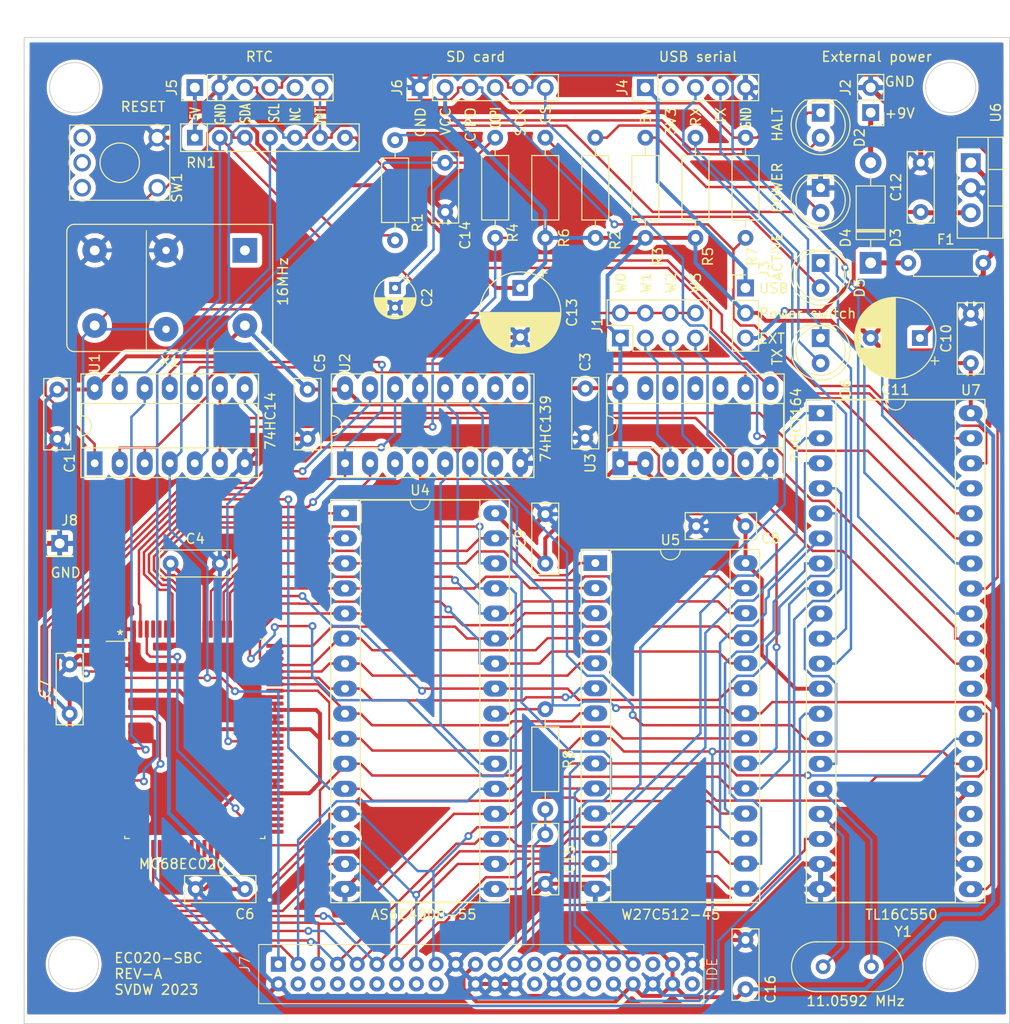
<source format=kicad_pcb>
(kicad_pcb (version 20221018) (generator pcbnew)

  (general
    (thickness 1.6)
  )

  (paper "A4")
  (layers
    (0 "F.Cu" signal)
    (31 "B.Cu" signal)
    (32 "B.Adhes" user "B.Adhesive")
    (33 "F.Adhes" user "F.Adhesive")
    (34 "B.Paste" user)
    (35 "F.Paste" user)
    (36 "B.SilkS" user "B.Silkscreen")
    (37 "F.SilkS" user "F.Silkscreen")
    (38 "B.Mask" user)
    (39 "F.Mask" user)
    (40 "Dwgs.User" user "User.Drawings")
    (41 "Cmts.User" user "User.Comments")
    (42 "Eco1.User" user "User.Eco1")
    (43 "Eco2.User" user "User.Eco2")
    (44 "Edge.Cuts" user)
    (45 "Margin" user)
    (46 "B.CrtYd" user "B.Courtyard")
    (47 "F.CrtYd" user "F.Courtyard")
    (48 "B.Fab" user)
    (49 "F.Fab" user)
    (50 "User.1" user)
    (51 "User.2" user)
    (52 "User.3" user)
    (53 "User.4" user)
    (54 "User.5" user)
    (55 "User.6" user)
    (56 "User.7" user)
    (57 "User.8" user)
    (58 "User.9" user)
  )

  (setup
    (stackup
      (layer "F.SilkS" (type "Top Silk Screen"))
      (layer "F.Paste" (type "Top Solder Paste"))
      (layer "F.Mask" (type "Top Solder Mask") (thickness 0.01))
      (layer "F.Cu" (type "copper") (thickness 0.035))
      (layer "dielectric 1" (type "core") (thickness 1.51) (material "FR4") (epsilon_r 4.5) (loss_tangent 0.02))
      (layer "B.Cu" (type "copper") (thickness 0.035))
      (layer "B.Mask" (type "Bottom Solder Mask") (thickness 0.01))
      (layer "B.Paste" (type "Bottom Solder Paste"))
      (layer "B.SilkS" (type "Bottom Silk Screen"))
      (copper_finish "None")
      (dielectric_constraints no)
    )
    (pad_to_mask_clearance 0)
    (pcbplotparams
      (layerselection 0x00010fc_ffffffff)
      (plot_on_all_layers_selection 0x0000000_00000000)
      (disableapertmacros false)
      (usegerberextensions false)
      (usegerberattributes true)
      (usegerberadvancedattributes true)
      (creategerberjobfile true)
      (dashed_line_dash_ratio 12.000000)
      (dashed_line_gap_ratio 3.000000)
      (svgprecision 4)
      (plotframeref false)
      (viasonmask false)
      (mode 1)
      (useauxorigin false)
      (hpglpennumber 1)
      (hpglpenspeed 20)
      (hpglpendiameter 15.000000)
      (dxfpolygonmode true)
      (dxfimperialunits true)
      (dxfusepcbnewfont true)
      (psnegative false)
      (psa4output false)
      (plotreference true)
      (plotvalue true)
      (plotinvisibletext false)
      (sketchpadsonfab false)
      (subtractmaskfromsilk false)
      (outputformat 1)
      (mirror false)
      (drillshape 0)
      (scaleselection 1)
      (outputdirectory "")
    )
  )

  (net 0 "")
  (net 1 "Net-(C2-Pad1)")
  (net 2 "GND")
  (net 3 "+5V")
  (net 4 "Net-(J3-Pin_3)")
  (net 5 "Net-(#FLG01-pwr)")
  (net 6 "Net-(C14-Pad1)")
  (net 7 "Net-(J7-~{DIOR})")
  (net 8 "unconnected-(CPU1-~{BG}-Pad2)")
  (net 9 "CLK")
  (net 10 "~{RESET}")
  (net 11 "unconnected-(CPU1-~{RMC}-Pad9)")
  (net 12 "unconnected-(CPU1-FC0-Pad10)")
  (net 13 "unconnected-(CPU1-FC1-Pad11)")
  (net 14 "FC2")
  (net 15 "unconnected-(CPU1-SIZE0-Pad13)")
  (net 16 "unconnected-(CPU1-SIZE1-Pad14)")
  (net 17 "~{DSACK0}")
  (net 18 "R5 VCC")
  (net 19 "Net-(CPU1-~{AS})")
  (net 20 "Net-(CPU1-~{DS})")
  (net 21 "Net-(CPU1-R{slash}~{W})")
  (net 22 "D31")
  (net 23 "D30")
  (net 24 "D29")
  (net 25 "D28")
  (net 26 "D27")
  (net 27 "D26")
  (net 28 "D25")
  (net 29 "D24")
  (net 30 "Net-(CPU1-~{IPL0})")
  (net 31 "A2")
  (net 32 "A3")
  (net 33 "A4")
  (net 34 "A5")
  (net 35 "A6")
  (net 36 "A7")
  (net 37 "A8")
  (net 38 "A9")
  (net 39 "A10")
  (net 40 "A11")
  (net 41 "A12")
  (net 42 "A13")
  (net 43 "A14")
  (net 44 "A15")
  (net 45 "A16")
  (net 46 "A17")
  (net 47 "A18")
  (net 48 "Net-(CPU1-A19)")
  (net 49 "Net-(CPU1-A20)")
  (net 50 "unconnected-(CPU1-A21-Pad95)")
  (net 51 "unconnected-(CPU1-A22-Pad96)")
  (net 52 "unconnected-(CPU1-A23-Pad97)")
  (net 53 "A1")
  (net 54 "A0")
  (net 55 "Net-(D3-K)")
  (net 56 "Net-(D2-A)")
  (net 57 "Net-(D3-A)")
  (net 58 "Net-(D4-A)")
  (net 59 "Net-(D5-A)")
  (net 60 "Net-(D6-K)")
  (net 61 "Net-(D6-A)")
  (net 62 "Net-(D5-K)")
  (net 63 "Net-(J1-Pin_5)")
  (net 64 "Net-(J1-Pin_3)")
  (net 65 "R2 VCC")
  (net 66 "R4 VCC")
  (net 67 "Net-(J1-Pin_7)")
  (net 68 "Net-(J3-Pin_1)")
  (net 69 "R6 VCC")
  (net 70 "Net-(J5-Pin_4)")
  (net 71 "unconnected-(J4-Pin_2-Pad2)")
  (net 72 "unconnected-(J7-D8-Pad4)")
  (net 73 "unconnected-(J7-D9-Pad6)")
  (net 74 "unconnected-(J7-D10-Pad8)")
  (net 75 "unconnected-(J7-D11-Pad10)")
  (net 76 "unconnected-(J7-D12-Pad12)")
  (net 77 "unconnected-(J7-D13-Pad14)")
  (net 78 "unconnected-(J7-D14-Pad16)")
  (net 79 "unconnected-(J7-D15-Pad18)")
  (net 80 "~{WR}")
  (net 81 "unconnected-(J7-IORDY-Pad27)")
  (net 82 "unconnected-(J7-CSEL-Pad28)")
  (net 83 "unconnected-(J7-INTRQ-Pad31)")
  (net 84 "unconnected-(J7-~{IOCS16}-Pad32)")
  (net 85 "unconnected-(J7-PDIAG-Pad34)")
  (net 86 "~{CS_IDE}")
  (net 87 "unconnected-(J7-~{ACTIVE}-Pad39)")
  (net 88 "unconnected-(J7-~{TYPE}-Pad44)")
  (net 89 "Net-(J5-Pin_3)")
  (net 90 "R3 VCC")
  (net 91 "~{RD}")
  (net 92 "R7 VCC")
  (net 93 "RESET")
  (net 94 "UART_INT")
  (net 95 "unconnected-(J5-Pin_5-Pad5)")
  (net 96 "~{CS_ROM}")
  (net 97 "~{CS_RAM}")
  (net 98 "~{CS_UART}")
  (net 99 "unconnected-(U2-~{Y3}-Pad9)")
  (net 100 "unconnected-(U2-~{Y2}-Pad10)")
  (net 101 "Net-(J6-Pin_4)")
  (net 102 "Net-(J6-Pin_6)")
  (net 103 "Net-(U7-~{RI})")
  (net 104 "Net-(U3-~{MR})")
  (net 105 "unconnected-(U3-Q3-Pad6)")
  (net 106 "unconnected-(U3-Q4-Pad10)")
  (net 107 "unconnected-(U3-Q5-Pad11)")
  (net 108 "unconnected-(U3-Q6-Pad12)")
  (net 109 "unconnected-(U3-Q7-Pad13)")
  (net 110 "Net-(U7-RCLK)")
  (net 111 "Net-(U7-XIN)")
  (net 112 "unconnected-(X1-NC-Pad1)")
  (net 113 "Net-(U7-XOUT)")
  (net 114 "unconnected-(U7-DDIS-Pad23)")
  (net 115 "unconnected-(U7-~{TXRDY}-Pad24)")
  (net 116 "unconnected-(U7-~{RXRDY}-Pad29)")

  (footprint "LED_THT:LED_D5.0mm" (layer "F.Cu") (at 147.3195 50.81 -90))

  (footprint "Capacitor_THT:C_Disc_D7.0mm_W2.5mm_P5.00mm" (layer "F.Cu") (at 95.26 78.88 -90))

  (footprint "Capacitor_THT:CP_Radial_D4.0mm_P2.00mm" (layer "F.Cu") (at 104.14 68.58 -90))

  (footprint "Resistor_THT:R_Axial_DIN0207_L6.3mm_D2.5mm_P10.16mm_Horizontal" (layer "F.Cu") (at 134.62 63.5 90))

  (footprint "Capacitor_THT:C_Disc_D7.0mm_W2.5mm_P5.00mm" (layer "F.Cu") (at 71.12 111.76 90))

  (footprint "Capacitor_THT:C_Disc_D7.0mm_W2.5mm_P5.00mm" (layer "F.Cu") (at 123.444 78.78 -90))

  (footprint "Resistor_THT:R_Array_SIP7" (layer "F.Cu") (at 83.82 53.34))

  (footprint "Diode_THT:D_DO-41_SOD81_P10.16mm_Horizontal" (layer "F.Cu") (at 152.4 66.04 90))

  (footprint "Capacitor_THT:C_Disc_D7.0mm_W2.5mm_P5.00mm" (layer "F.Cu") (at 81.36 96.52))

  (footprint "Capacitor_THT:C_Disc_D7.0mm_W2.5mm_P5.00mm" (layer "F.Cu") (at 139.7 139.7 90))

  (footprint "Capacitor_THT:C_Disc_D7.0mm_W2.5mm_P5.00mm" (layer "F.Cu") (at 109.22 55.88 -90))

  (footprint "Resistor_THT:R_Axial_DIN0207_L6.3mm_D2.5mm_P10.16mm_Horizontal" (layer "F.Cu") (at 114.3 53.34 -90))

  (footprint "Resistor_THT:R_Axial_DIN0207_L6.3mm_D2.5mm_P10.16mm_Horizontal" (layer "F.Cu") (at 129.54 63.5 90))

  (footprint "Resistor_THT:R_Axial_DIN0207_L6.3mm_D2.5mm_P10.16mm_Horizontal" (layer "F.Cu") (at 124.46 63.5 90))

  (footprint "Connector_PinHeader_2.54mm:PinHeader_1x06_P2.54mm_Vertical" (layer "F.Cu") (at 106.68 48.26 90))

  (footprint "LED_THT:LED_D5.0mm" (layer "F.Cu") (at 147.3195 66.05 -90))

  (footprint "Resistor_THT:R_Axial_DIN0207_L6.3mm_D2.5mm_P10.16mm_Horizontal" (layer "F.Cu") (at 104.14 63.754 90))

  (footprint "Capacitor_THT:C_Disc_D7.0mm_W2.5mm_P5.00mm" (layer "F.Cu") (at 139.7 92.735 180))

  (footprint "Package_DIP:DIP-14_W7.62mm_Socket_LongPads" (layer "F.Cu") (at 73.655 86.36 90))

  (footprint "Package_DIP:DIP-28_W15.24mm_Socket_LongPads" (layer "F.Cu") (at 124.46 96.48))

  (footprint "Package_DIP:DIP-32_W15.24mm_Socket_LongPads" (layer "F.Cu") (at 99.06 91.43))

  (footprint "Button_Switch_THT:KSA_Tactile_SPST" (layer "F.Cu") (at 80.01 53.34 -90))

  (footprint "Package_DIP:DIP-16_W7.62mm_Socket_LongPads" (layer "F.Cu") (at 99.06 86.36 90))

  (footprint "Capacitor_THT:C_Disc_D7.0mm_W2.5mm_P5.00mm" (layer "F.Cu") (at 119.38 124 -90))

  (footprint "Connector_PinHeader_2.54mm:PinHeader_1x02_P2.54mm_Vertical" (layer "F.Cu") (at 152.4 50.8 180))

  (footprint "Capacitor_THT:CP_Radial_D8.0mm_P5.00mm" (layer "F.Cu") (at 116.84 68.58 -90))

  (footprint "Resistor_THT:R_Axial_DIN0207_L6.3mm_D2.5mm_P10.16mm_Horizontal" (layer "F.Cu") (at 119.38 53.34 -90))

  (footprint "Crystal:Crystal_HC18-U_Vertical" (layer "F.Cu") (at 152.474 137.414 180))

  (footprint "Connector_PinHeader_2.54mm:PinHeader_1x06_P2.54mm_Vertical" (layer "F.Cu") (at 83.82 48.26 90))

  (footprint "Capacitor_THT:C_Disc_D7.0mm_W2.5mm_P5.00mm" (layer "F.Cu") (at 69.86 78.88 -90))

  (footprint "Capacitor_THT:C_Disc_D7.0mm_W2.5mm_P5.00mm" (layer "F.Cu") (at 157.48 60.88 90))

  (footprint "Package_QFP:PQFP-100_14x20mm_P0.65mm" (layer "F.Cu")
    (tstamp 8f4a8b22-06e8-4b38-8639-3b8f1bae0845)
    (at 83.82 114.3)
    (descr "PQFP, 100 Pin (http://www.microsemi.com/index.php?option=com_docman&task=doc_download&gid=131095), generated with kicad-footprint-generator ipc_gullwing_generator.py")
    (tags "PQFP QFP")
    (property "Sheetfile" "MC68EC020_SBC.kicad_sch")
    (property "Sheetname" "")
    (path "/598a544b-a48c-44bc-840f-9a34153c24f5")
    (attr smd)
    (fp_text reference "MC68EC020" (at -1.27 12.7) (layer "F.SilkS")
        (effects (font (size 1 1) (thickness 0.15)))
      (tstamp 6d4d80c7-dcf7-459f-ac7c-7f35be85ca58)
    )
    (fp_text value "MC68EC020" (at 0.762 13.208) (layer "F.Fab")
        (effects (font (size 1 1) (thickness 0.15)))
      (tstamp 0b83aeec-c411-4015-82c4-568c7a63f44a)
    )
    (fp_text user "${REFERENCE}" (at 0 0) (layer "F.Fab")
        (effects (font (size 1 1) (thickness 0.15)))
      (tstamp e3c23c4b-8b80-4e21-92ab-548465daa2d2)
    )
    (fp_line (start -7.11 -10.11) (end -7.11 -9.885)
      (stroke (width 0.12) (type solid)) (layer "F.SilkS") (tstamp a4d837a6-85a8-4a82-bd01-d9d2412f06ec))
    (fp_line (start -7.11 -9.885) (end -9 -9.885)
      (stroke (width 0.12) (type solid)) (layer "F.SilkS") (tstamp cbbaca16-2e69-4ea9-b4af-04811e55a12c))
    (fp_line (start -7.11 10.11) (end -7.11 9.885)
      (stroke (width 0.12) (type solid)) (layer "F.SilkS") (tstamp eb744582-1640-4a36-91ba-a4d92220841f))
    (fp_line (start -6.635 -10.11) (end -7.11 -10.11)
      (stroke (width 0.12) (type solid)) (layer "F.SilkS") (tstamp 558116bf-317d-47d7-987a-e96b9ab3a8b3))
    (fp_line (start -6.635 10.11) (end -7.11 10.11)
      (stroke (width 0.12) (type solid)) (layer "F.SilkS") (tstamp 53e6816d-4c09-40c7-bdd3-385bba020281))
    (fp_line (start 6.635 -10.11) (end 7.11 -10.11)
      (stroke (width 0.12) (type solid)) (layer "F.SilkS") (tstamp af135447-6832-42ca-acdb-478ac43c0501))
    (fp_line (start 6.635 10.11) (end 7.11 10.11)
      (stroke (width 0.12) (type solid)) (layer "F.SilkS") (tstamp cf5a4e4b-1f0c-4050-b15d-652dbb7444ab))
    (fp_line (start 7.11 -10.11) (end 7.11 -9.885)
      (stroke (width 0.12) (type solid)) (layer "F.SilkS") (tstamp 52337bd6-337e-4e8a-82c6-bb7a5a501890))
    (fp_line (start 7.11 10.11) (end 7.11 9.885)
      (stroke (width 0.12) (type solid)) (layer "F.SilkS") (tstamp 77077578-cfd9-46b0-abf9-a38f5419b869))
    (fp_line (start -9.25 -9.88) (end -9.25 0)
      (stroke (width 0.05) (type solid)) (layer "F.CrtYd") (tstamp 0f854d30-d69d-4953-b5cb-d7a85ad2e988))
    (fp_line (start -9.25 9.88) (end -9.25 0)
      (stroke (width 0.05) (type solid)) (layer "F.CrtYd") (tstamp c2fe875f-4746-4f52-b118-f250400b1ff6))
    (fp_line (start -7.25 -10.25) (end -7.25 -9.88)
      (stroke (width 0.05) (type solid)) (layer "F.CrtYd") (tstamp 0c1c2335-dfe9-483d-a173-6aea2cc1c5eb))
    (fp_line (start -7.25 -9.88) (end -9.25 -9.88)
      (stroke (width 0.05) (type solid)) (layer "F.CrtYd") (tstamp 8202382c-bf33-4455-b931-119235bc597a))
    (fp_line (start -7.25 9.88) (end -9.25 9.88)
      (stroke (width 0.05) (type solid)) (layer "F.CrtYd") (tstamp 68b8044c-d426-4c0c-937e-c613a98bb7cd))
    (fp_line (start -7.25 10.25) (end -7.25 9.88)
      (stroke (width 0.05) (type solid)) (layer "F.CrtYd") (tstamp c88efd51-a3c6-46a6-b9d4-aae80dd82ada))
    (fp_line (start -6.62 -12.25) (end -6.62 -10.25)
      (stroke (width 0.05) (type solid)) (layer "F.CrtYd") (tstamp 8ce1c47e-60e8-4d7d-a26c-7f56ae347602))
    (fp_line (start -6.62 -10.25) (end -7.25 -10.25)
      (stroke (width 0.05) (type solid)) (layer "F.CrtYd") (tstamp 966aa3f4-b369-4f4c-9452-b3cf705e641f))
    (fp_line (start -6.62 10.25) (end -7.25 10.25)
      (stroke (width 0.05) (type solid)) (layer "F.CrtYd") (tstamp eabd4bbf-153b-4079-986e-66acebe6f749))
    (fp_line (start -6.62 12.25) (end -6.62 10.25)
      (stroke (width 0.05) (type solid)) (layer "F.CrtYd") (tstamp 167cc477-fd4f-4655-8465-a4ee12dcdd74))
    (fp_line (start 0 -12.25) (end -6.62 -12.25)
      (stroke (width 0.05) (type solid)) (layer "F.CrtYd") (tstamp 67788ee3-7f19-42bb-bd02-b128f190b342))
    (fp_line (start 0 -12.25) (end 6.62 -12.25)
      (stroke (width 0.05) (type solid)) (layer "F.CrtYd") (tstamp dba8dde5-9ecb-422f-b122-aba815036527))
    (fp_line (start 0 12.25) (end -6.62 12.25)
      (stroke (width 0.05) (type solid)) (layer "F.CrtYd") (tstamp e19f4c8a-fc1d-4a16-a237-70de0c3c54f3))
    (fp_line (start 0 12.25) (end 6.62 12.25)
      (stroke (width 0.05) (type solid)) (layer "F.CrtYd") (tstamp 9c214ec6-b6f4-498f-a517-0bc250d2eb7c))
    (fp_line (start 6.62 -12.25) (end 6.62 -10.25)
      (stroke (width 0.05) (type solid)) (layer "F.CrtYd") (tstamp 2c4838c4-4b66-46af-b5d0-053d6af49708))
    (fp_line (start 6.62 -10.25) (end 7.25 -10.25)
      (stroke (width 0.05) (type solid)) (layer "F.CrtYd") (tstamp d81233aa-2ade-4ef6-b677-44a468f514c5))
    (fp_line (start 6.62 10.25) (end 7.25 10.25)
      (stroke (width 0.05) (type solid)) (layer "F.CrtYd") (tstamp 38c3fd9b-817e-497f-8e40-3cdd95bd21ee))
    (fp_line (start 6.62 12.25) (end 6.62 10.25)
      (stroke (width 0.05) (type solid)) (layer "F.CrtYd") (tstamp d83772fd-facd-4332-9fdf-845d79ad08a0))
    (fp_line (start 7.25 -10.25) (end 7.25 -9.88)
      (stroke (width 0.05) (type solid)) (layer "F.CrtYd") (tstamp 85e82806-b985-4f2a-81b4-0c10a4011ea2))
    (fp_line (start 7.25 -9.88) (end 9.25 -9.88)
      (stroke (width 0.05) (type solid)) (layer "F.CrtYd") (tstamp 37f4eb24-6ba1-4cfb-a474-9d7813f26dfb))
    (fp_line (start 7.25 9.88) (end 9.25 9.88)
      (stroke (width 0.05) (type solid)) (layer "F.CrtYd") (tstamp 903773e2-effb-496f-b68c-443b62d82b65))
    (fp_line (start 7.25 10.25) (end 7.25 9.88)
      (stroke (width 0.05) (type solid)) (layer "F.CrtYd") (tstamp e0eb2786-1590-48bd-a17b-d7b5344e2792))
    (fp_line (start 9.25 -9.88) (end 9.25 0)
      (stroke (width 0.05) (type solid)) (layer "F.CrtYd") (tstamp 184ea60a-e3f9-493e-b115-30c32485c062))
    (fp_line (start 9.25 9.88) (end 9.25 0)
      (stroke (width 0.05) (type solid)) (layer "F.CrtYd") (tstamp b2c770b6-e82a-4fa2-b38e-75568a60bcb6))
    (fp_line (start -7 -9) (end -6 -10)
      (stroke (width 0.1) (type solid)) (layer "F.Fab") (tstamp 74bacd23-9621-4099-aff1-4f2a59e2172a))
    (fp_line (start -7 10) (end -7 -9)
      (stroke (width 0.1) (type solid)) (layer "F.Fab") (tstamp cead1ece-c4b0-428f-825b-e6afff3a7f25))
    (fp_line (start -6 -10) (end 7 -10)
      (stroke (width 0.1) (type solid)) (layer "F.Fab") (tstamp 7e4d9353-9e75-4299-8bdb-1c4a93f8258a))
    (fp_line (start 7 -10) (end 7 10)
      (stroke (width 0.1) (type solid)) (layer "F.Fab") (tstamp e3b118a1-c842-4ad7-b286-13b337edbc4a))
    (fp_line (start 7 10) (end -7 10)
      (stroke (width 0.1) (type solid)) (layer "F.Fab") (tstamp 5443fe8c-4934-4135-a661-9cefa5718070))
    (pad "1" smd roundrect (at -8.125 -9.425) (size 1.75 0.4) (layers "F.Cu" "F.Paste" "F.Mask") (roundrect_rratio 0.25)
      (net 3 "+5V") (pinfunction "~{BR}") (pintype "input") (tstamp 74cbb50f-66d3-4842-8158-9e60456c91d1))
    (pad "2" smd roundrect (at -8.125 -8.775) (size 1.75 0.4) (layers "F.Cu" "F.Paste" "F.Mask") (roundrect_rratio 0.25)
      (net 8 "unconnected-(CPU1-~{BG}-Pad2)") (pinfunction "~{BG}") (pintype "output+no_connect") (tstamp dd6535b9-77ed-4f10-9d91-f845951c0c12))
    (pad "3" smd roundrect (at -8.125 -8.125) (size 1.75 0.4) (layers "F.Cu" "F.Paste" "F.Mask") (roundrect_rratio 0.25)
      (net 2 "GND") (pinfunction "GND") (pintype "power_in") (tstamp 547cd9a8-bf5a-4dce-96ed-56ec7919910b))
    (pad "4" smd roundrect (at -8.125 -7.475) (size 1.75 0.4) (layers "F.Cu" "F.Paste" "F.Mask") (roundrect_rratio 0.25)
      (net 2 "GND") (pinfunction "GND") (pintype "power_in") (tstamp 35fc51d7-5927-450d-88e6-7e7f9b9f7584))
    (pad "5" smd roundrect (at -8.125 -6.825) (size 1.75 0.4) (layers "F.Cu" "F.Paste" "F.Mask") (roundrect_rratio 0.25)
      (net 9 "CLK") (pinfunction "CLK") (pintype "input") (tstamp 9ae9e6bb-8492-4be6-a4f5-94cc047f14b7))
    (pad "6" smd roundrect (at -8.125 -6.175) (size 1.75 0.4) (layers "F.Cu" "F.Paste" "F.Mask") (roundrect_rratio 0.25)
      (net 10 "~{RESET}") (pinfunction "~{RESET}") (pintype "bidirectional") (tstamp 57be0b52-d429-4d1f-98eb-f874bf640774))
    (pad "7" smd roundrect (at -8.125 -5.525) (size 1.75 0.4) (layers "F.Cu" "F.Paste" "F.Mask") (roundrect_rratio 0.25)
      (net 3 "+5V") (pinfunction "Vcc") (pintype "power_in") (tstamp e616118f-5562-41a0-b5b4-c288999d8b3f))
    (pad "8" smd roundrect (at -8.125 -4.875) (size 1.75 0.4) (layers "F.Cu" "F.Paste" "F.Mask") (roundrect_rratio 0.25)
      (net 3 "+5V") (pinfunction "Vcc") (pintype "power_in") (tstamp d63096b6-8256-4af5-8676-23c49e6f894e))
    (pad "9" smd roundrect (at -8.125 -4.225) (size 1.75 0.4) (layers "F.Cu" "F.Paste" "F.Mask") (roundrect_rratio 0.25)
      (net 11 "unconnected-(CPU1-~{RMC}-Pad9)") (pinfunction "~{RMC}") (pintype "output+no_connect") (tstamp f70fc5c1-ae2e-4448-aca3-a0d47604b2f5))
    (pad "10" smd roundrect (at -8.125 -3.575) (size 1.75 0.4) (layers "F.Cu" "F.Paste" "F.Mask") (roundrect_rratio 0.25)
      (net 12 "unconnected-(CPU1-FC0-Pad10)") (pinfunction "FC0") (pintype "output+no_connect") (tstamp 02445389-b7d4-4c0a-b609-65c8ba248d68))
    (pad "11" smd roundrect (at -8.125 -2.925) (size 1.75 0.4) (layers "F.Cu" "F.Paste" "F.Mask") (roundrect_rratio 0.25)
      (net 13 "unconnected-(CPU1-FC1-Pad11)") (pinfunction "FC1") (pintype "output+no_connect") (tstamp 133dc4d9-6165-49e7-b3dc-ade5cf04fb8f))
    (pad "12" smd roundrect (at -8.125 -2.275) (size 1.75 0.4) (layers "F.Cu" "F.Paste" "F.Mask") (roundrect_rratio 0.25)
      (net 14 "FC2") (pinfunction "FC2") (pintype "output") (tstamp f1c5c175-f078-40b7-920d-56de35e30e2b))
    (pad "13" smd roundrect (at -8.125 -1.625) (size 1.75 0.4) (layers "F.Cu" "F.Paste" "F.Mask") (roundrect_rratio 0.25)
      (net 15 "unconnected-(CPU1-SIZE0-Pad13)") (pinfunction "SIZE0") (pintype "output+no_connect") (tstamp 27cfa7cb-a316-469d-b6a9-9636afa769ab))
    (pad "14" smd roundrect (at -8.125 -0.975) (size 1.75 0.4) (layers "F.Cu" "F.Paste" "F.Mask") (roundrect_rratio 0.25)
      (net 16 "unconnected-(CPU1-SIZE1-Pad14)") (pinfunction "SIZE1") (pintype "output+no_connect") (tstamp 3ee8677c-ef02-4882-b4f6-40a66044ca2c))
    (pad "15" smd roundrect (at -8.125 -0.325) (size 1.75 0.4) (layers "F.Cu" "F.Paste" "F.Mask") (roundrect_rratio 0.25)
      (net 3 "+5V") (pinfunction "~{CDIS}") (pintype "input") (tstamp 90fc76a7-427f-45b1-a4ee-82f021a12a2c))
    (pad "16" smd roundrect (at -8.125 0.325) (size 1.75 0.4) (layers "F.Cu" "F.Paste" "F.Mask") (roundrect_rratio 0.25)
      (net 2 "GND") (pinfunction "~{AVEC}") (pintype "input") (tstamp c00c6f6f-d14a-442f-97bd-9a15b5458031))
    (pad "17" smd rou
... [991165 chars truncated]
</source>
